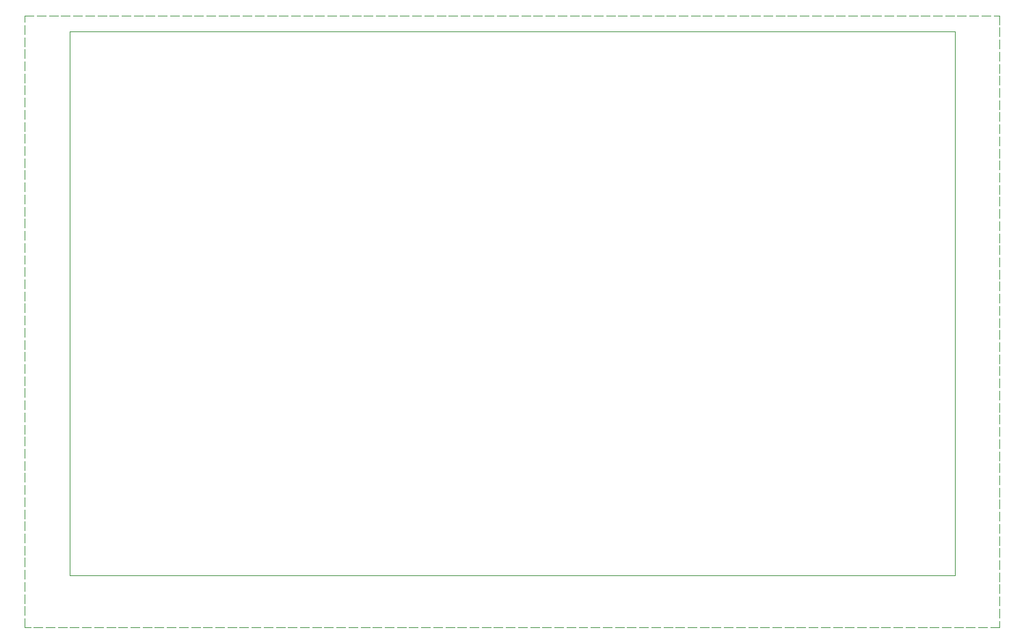
<source format=gto>
%TF.GenerationSoftware,KiCad,Pcbnew,9.0.5-9.0.5~ubuntu24.04.1*%
%TF.CreationDate,2025-10-12T14:56:27+02:00*%
%TF.ProjectId,BB3plus DVID TFT display,42423370-6c75-4732-9044-564944205446,r1B1*%
%TF.SameCoordinates,Original*%
%TF.FileFunction,Legend,Top*%
%TF.FilePolarity,Positive*%
%FSLAX46Y46*%
G04 Gerber Fmt 4.6, Leading zero omitted, Abs format (unit mm)*
G04 Created by KiCad (PCBNEW 9.0.5-9.0.5~ubuntu24.04.1) date 2025-10-12 14:56:27*
%MOMM*%
%LPD*%
G01*
G04 APERTURE LIST*
%ADD10C,0.100000*%
%ADD11C,5.500000*%
%ADD12C,1.270000*%
G04 APERTURE END LIST*
D10*
X105500000Y-59600000D02*
X215100000Y-59600000D01*
X215100000Y-127000000D01*
X105500000Y-127000000D01*
X105500000Y-59600000D01*
X99900000Y-57600000D02*
X101000000Y-57600000D01*
X101400000Y-57600000D02*
X102500000Y-57600000D01*
X102900000Y-57600000D02*
X104000000Y-57600000D01*
X104400000Y-57600000D02*
X105500000Y-57600000D01*
X105900000Y-57600000D02*
X107000000Y-57600000D01*
X107400000Y-57600000D02*
X108500000Y-57600000D01*
X108900000Y-57600000D02*
X110000000Y-57600000D01*
X110400000Y-57600000D02*
X111500000Y-57600000D01*
X111900000Y-57600000D02*
X113000000Y-57600000D01*
X113400000Y-57600000D02*
X114500000Y-57600000D01*
X114900000Y-57600000D02*
X116000000Y-57600000D01*
X116400000Y-57600000D02*
X117500000Y-57600000D01*
X117900000Y-57600000D02*
X119000000Y-57600000D01*
X119400000Y-57600000D02*
X120500000Y-57600000D01*
X120900000Y-57600000D02*
X122000000Y-57600000D01*
X122400000Y-57600000D02*
X123500000Y-57600000D01*
X123900000Y-57600000D02*
X125000000Y-57600000D01*
X125400000Y-57600000D02*
X126500000Y-57600000D01*
X126900000Y-57600000D02*
X128000000Y-57600000D01*
X128400000Y-57600000D02*
X129500000Y-57600000D01*
X129900000Y-57600000D02*
X131000000Y-57600000D01*
X131400000Y-57600000D02*
X132500000Y-57600000D01*
X132900000Y-57600000D02*
X134000000Y-57600000D01*
X134400000Y-57600000D02*
X135500000Y-57600000D01*
X135900000Y-57600000D02*
X137000000Y-57600000D01*
X137400000Y-57600000D02*
X138500000Y-57600000D01*
X138900000Y-57600000D02*
X140000000Y-57600000D01*
X140400000Y-57600000D02*
X141500000Y-57600000D01*
X141900000Y-57600000D02*
X143000000Y-57600000D01*
X143400000Y-57600000D02*
X144500000Y-57600000D01*
X144900000Y-57600000D02*
X146000000Y-57600000D01*
X146400000Y-57600000D02*
X147500000Y-57600000D01*
X147900000Y-57600000D02*
X149000000Y-57600000D01*
X149400000Y-57600000D02*
X150500000Y-57600000D01*
X150900000Y-57600000D02*
X152000000Y-57600000D01*
X152400000Y-57600000D02*
X153500000Y-57600000D01*
X153900000Y-57600000D02*
X155000000Y-57600000D01*
X155400000Y-57600000D02*
X156500000Y-57600000D01*
X156900000Y-57600000D02*
X158000000Y-57600000D01*
X158400000Y-57600000D02*
X159500000Y-57600000D01*
X159900000Y-57600000D02*
X161000000Y-57600000D01*
X161400000Y-57600000D02*
X162500000Y-57600000D01*
X162900000Y-57600000D02*
X164000000Y-57600000D01*
X164400000Y-57600000D02*
X165500000Y-57600000D01*
X165900000Y-57600000D02*
X167000000Y-57600000D01*
X167400000Y-57600000D02*
X168500000Y-57600000D01*
X168900000Y-57600000D02*
X170000000Y-57600000D01*
X170400000Y-57600000D02*
X171500000Y-57600000D01*
X171900000Y-57600000D02*
X173000000Y-57600000D01*
X173400000Y-57600000D02*
X174500000Y-57600000D01*
X174900000Y-57600000D02*
X176000000Y-57600000D01*
X176400000Y-57600000D02*
X177500000Y-57600000D01*
X177900000Y-57600000D02*
X179000000Y-57600000D01*
X179400000Y-57600000D02*
X180500000Y-57600000D01*
X180900000Y-57600000D02*
X182000000Y-57600000D01*
X182400000Y-57600000D02*
X183500000Y-57600000D01*
X183900000Y-57600000D02*
X185000000Y-57600000D01*
X185400000Y-57600000D02*
X186500000Y-57600000D01*
X186900000Y-57600000D02*
X188000000Y-57600000D01*
X188400000Y-57600000D02*
X189500000Y-57600000D01*
X189900000Y-57600000D02*
X191000000Y-57600000D01*
X191400000Y-57600000D02*
X192500000Y-57600000D01*
X192900000Y-57600000D02*
X194000000Y-57600000D01*
X194400000Y-57600000D02*
X195500000Y-57600000D01*
X195900000Y-57600000D02*
X197000000Y-57600000D01*
X197400000Y-57600000D02*
X198500000Y-57600000D01*
X198900000Y-57600000D02*
X200000000Y-57600000D01*
X200400000Y-57600000D02*
X201500000Y-57600000D01*
X201900000Y-57600000D02*
X203000000Y-57600000D01*
X203400000Y-57600000D02*
X204500000Y-57600000D01*
X204900000Y-57600000D02*
X206000000Y-57600000D01*
X206400000Y-57600000D02*
X207500000Y-57600000D01*
X207900000Y-57600000D02*
X209000000Y-57600000D01*
X209400000Y-57600000D02*
X210500000Y-57600000D01*
X210900000Y-57600000D02*
X212000000Y-57600000D01*
X212400000Y-57600000D02*
X213500000Y-57600000D01*
X213900000Y-57600000D02*
X215000000Y-57600000D01*
X215400000Y-57600000D02*
X216500000Y-57600000D01*
X216900000Y-57600000D02*
X218000000Y-57600000D01*
X218400000Y-57600000D02*
X219500000Y-57600000D01*
X219900000Y-57600000D02*
X220600000Y-57600000D01*
X220600000Y-57600000D02*
X220600000Y-58700000D01*
X220600000Y-59100000D02*
X220600000Y-60200000D01*
X220600000Y-60600000D02*
X220600000Y-61700000D01*
X220600000Y-62100000D02*
X220600000Y-63200000D01*
X220600000Y-63600000D02*
X220600000Y-64700000D01*
X220600000Y-65100000D02*
X220600000Y-66200000D01*
X220600000Y-66600000D02*
X220600000Y-67700000D01*
X220600000Y-68100000D02*
X220600000Y-69200000D01*
X220600000Y-69600000D02*
X220600000Y-70700000D01*
X220600000Y-71100000D02*
X220600000Y-72200000D01*
X220600000Y-72600000D02*
X220600000Y-73700000D01*
X220600000Y-74100000D02*
X220600000Y-75200000D01*
X220600000Y-75600000D02*
X220600000Y-76700000D01*
X220600000Y-77100000D02*
X220600000Y-78200000D01*
X220600000Y-78600000D02*
X220600000Y-79700000D01*
X220600000Y-80100000D02*
X220600000Y-81200000D01*
X220600000Y-81600000D02*
X220600000Y-82700000D01*
X220600000Y-83100000D02*
X220600000Y-84200000D01*
X220600000Y-84600000D02*
X220600000Y-85700000D01*
X220600000Y-86100000D02*
X220600000Y-87200000D01*
X220600000Y-87600000D02*
X220600000Y-88700000D01*
X220600000Y-89100000D02*
X220600000Y-90200000D01*
X220600000Y-90600000D02*
X220600000Y-91700000D01*
X220600000Y-92100000D02*
X220600000Y-93200000D01*
X220600000Y-93600000D02*
X220600000Y-94700000D01*
X220600000Y-95100000D02*
X220600000Y-96200000D01*
X220600000Y-96600000D02*
X220600000Y-97700000D01*
X220600000Y-98100000D02*
X220600000Y-99200000D01*
X220600000Y-99600000D02*
X220600000Y-100700000D01*
X220600000Y-101100000D02*
X220600000Y-102200000D01*
X220600000Y-102600000D02*
X220600000Y-103700000D01*
X220600000Y-104100000D02*
X220600000Y-105200000D01*
X220600000Y-105600000D02*
X220600000Y-106700000D01*
X220600000Y-107100000D02*
X220600000Y-108200000D01*
X220600000Y-108600000D02*
X220600000Y-109700000D01*
X220600000Y-110100000D02*
X220600000Y-111200000D01*
X220600000Y-111600000D02*
X220600000Y-112700000D01*
X220600000Y-113100000D02*
X220600000Y-114200000D01*
X220600000Y-114600000D02*
X220600000Y-115700000D01*
X220600000Y-116100000D02*
X220600000Y-117200000D01*
X220600000Y-117600000D02*
X220600000Y-118700000D01*
X220600000Y-119100000D02*
X220600000Y-120200000D01*
X220600000Y-120600000D02*
X220600000Y-121700000D01*
X220600000Y-122100000D02*
X220600000Y-123200000D01*
X220600000Y-123600000D02*
X220600000Y-124700000D01*
X220600000Y-125100000D02*
X220600000Y-126200000D01*
X220600000Y-126600000D02*
X220600000Y-127700000D01*
X220600000Y-128100000D02*
X220600000Y-129200000D01*
X220600000Y-129600000D02*
X220600000Y-130700000D01*
X220600000Y-131100000D02*
X220600000Y-132200000D01*
X220600000Y-132600000D02*
X220600000Y-133400000D01*
X220600000Y-133400000D02*
X219500000Y-133400000D01*
X219100000Y-133400000D02*
X218000000Y-133400000D01*
X217600000Y-133400000D02*
X216500000Y-133400000D01*
X216100000Y-133400000D02*
X215000000Y-133400000D01*
X214600000Y-133400000D02*
X213500000Y-133400000D01*
X213100000Y-133400000D02*
X212000000Y-133400000D01*
X211600000Y-133400000D02*
X210500000Y-133400000D01*
X210100000Y-133400000D02*
X209000000Y-133400000D01*
X208600000Y-133400000D02*
X207500000Y-133400000D01*
X207100000Y-133400000D02*
X206000000Y-133400000D01*
X205600000Y-133400000D02*
X204500000Y-133400000D01*
X204100000Y-133400000D02*
X203000000Y-133400000D01*
X202600000Y-133400000D02*
X201500000Y-133400000D01*
X201100000Y-133400000D02*
X200000000Y-133400000D01*
X199600000Y-133400000D02*
X198500000Y-133400000D01*
X198100000Y-133400000D02*
X197000000Y-133400000D01*
X196600000Y-133400000D02*
X195500000Y-133400000D01*
X195100000Y-133400000D02*
X194000000Y-133400000D01*
X193600000Y-133400000D02*
X192500000Y-133400000D01*
X192100000Y-133400000D02*
X191000000Y-133400000D01*
X190600000Y-133400000D02*
X189500000Y-133400000D01*
X189100000Y-133400000D02*
X188000000Y-133400000D01*
X187600000Y-133400000D02*
X186500000Y-133400000D01*
X186100000Y-133400000D02*
X185000000Y-133400000D01*
X184600000Y-133400000D02*
X183500000Y-133400000D01*
X183100000Y-133400000D02*
X182000000Y-133400000D01*
X181600000Y-133400000D02*
X180500000Y-133400000D01*
X180100000Y-133400000D02*
X179000000Y-133400000D01*
X178600000Y-133400000D02*
X177500000Y-133400000D01*
X177100000Y-133400000D02*
X176000000Y-133400000D01*
X175600000Y-133400000D02*
X174500000Y-133400000D01*
X174100000Y-133400000D02*
X173000000Y-133400000D01*
X172600000Y-133400000D02*
X171500000Y-133400000D01*
X171100000Y-133400000D02*
X170000000Y-133400000D01*
X169600000Y-133400000D02*
X168500000Y-133400000D01*
X168100000Y-133400000D02*
X167000000Y-133400000D01*
X166600000Y-133400000D02*
X165500000Y-133400000D01*
X165100000Y-133400000D02*
X164000000Y-133400000D01*
X163600000Y-133400000D02*
X162500000Y-133400000D01*
X162100000Y-133400000D02*
X161000000Y-133400000D01*
X160600000Y-133400000D02*
X159500000Y-133400000D01*
X159100000Y-133400000D02*
X158000000Y-133400000D01*
X157600000Y-133400000D02*
X156500000Y-133400000D01*
X156100000Y-133400000D02*
X155000000Y-133400000D01*
X154600000Y-133400000D02*
X153500000Y-133400000D01*
X153100000Y-133400000D02*
X152000000Y-133400000D01*
X151600000Y-133400000D02*
X150500000Y-133400000D01*
X150100000Y-133400000D02*
X149000000Y-133400000D01*
X148600000Y-133400000D02*
X147500000Y-133400000D01*
X147100000Y-133400000D02*
X146000000Y-133400000D01*
X145600000Y-133400000D02*
X144500000Y-133400000D01*
X144100000Y-133400000D02*
X143000000Y-133400000D01*
X142600000Y-133400000D02*
X141500000Y-133400000D01*
X141100000Y-133400000D02*
X140000000Y-133400000D01*
X139600000Y-133400000D02*
X138500000Y-133400000D01*
X138100000Y-133400000D02*
X137000000Y-133400000D01*
X136600000Y-133400000D02*
X135500000Y-133400000D01*
X135100000Y-133400000D02*
X134000000Y-133400000D01*
X133600000Y-133400000D02*
X132500000Y-133400000D01*
X132100000Y-133400000D02*
X131000000Y-133400000D01*
X130600000Y-133400000D02*
X129500000Y-133400000D01*
X129100000Y-133400000D02*
X128000000Y-133400000D01*
X127600000Y-133400000D02*
X126500000Y-133400000D01*
X126100000Y-133400000D02*
X125000000Y-133400000D01*
X124600000Y-133400000D02*
X123500000Y-133400000D01*
X123100000Y-133400000D02*
X122000000Y-133400000D01*
X121600000Y-133400000D02*
X120500000Y-133400000D01*
X120100000Y-133400000D02*
X119000000Y-133400000D01*
X118600000Y-133400000D02*
X117500000Y-133400000D01*
X117100000Y-133400000D02*
X116000000Y-133400000D01*
X115600000Y-133400000D02*
X114500000Y-133400000D01*
X114100000Y-133400000D02*
X113000000Y-133400000D01*
X112600000Y-133400000D02*
X111500000Y-133400000D01*
X111100000Y-133400000D02*
X110000000Y-133400000D01*
X109600000Y-133400000D02*
X108500000Y-133400000D01*
X108100000Y-133400000D02*
X107000000Y-133400000D01*
X106600000Y-133400000D02*
X105500000Y-133400000D01*
X105100000Y-133400000D02*
X104000000Y-133400000D01*
X103600000Y-133400000D02*
X102500000Y-133400000D01*
X102100000Y-133400000D02*
X101000000Y-133400000D01*
X100600000Y-133400000D02*
X99900000Y-133400000D01*
X99900000Y-133400000D02*
X99900000Y-132300000D01*
X99900000Y-131900000D02*
X99900000Y-130800000D01*
X99900000Y-130400000D02*
X99900000Y-129300000D01*
X99900000Y-128900000D02*
X99900000Y-127800000D01*
X99900000Y-127400000D02*
X99900000Y-126300000D01*
X99900000Y-125900000D02*
X99900000Y-124800000D01*
X99900000Y-124400000D02*
X99900000Y-123300000D01*
X99900000Y-122900000D02*
X99900000Y-121800000D01*
X99900000Y-121400000D02*
X99900000Y-120300000D01*
X99900000Y-119900000D02*
X99900000Y-118800000D01*
X99900000Y-118400000D02*
X99900000Y-117300000D01*
X99900000Y-116900000D02*
X99900000Y-115800000D01*
X99900000Y-115400000D02*
X99900000Y-114300000D01*
X99900000Y-113900000D02*
X99900000Y-112800000D01*
X99900000Y-112400000D02*
X99900000Y-111300000D01*
X99900000Y-110900000D02*
X99900000Y-109800000D01*
X99900000Y-109400000D02*
X99900000Y-108300000D01*
X99900000Y-107900000D02*
X99900000Y-106800000D01*
X99900000Y-106400000D02*
X99900000Y-105300000D01*
X99900000Y-104900000D02*
X99900000Y-103800000D01*
X99900000Y-103400000D02*
X99900000Y-102300000D01*
X99900000Y-101900000D02*
X99900000Y-100800000D01*
X99900000Y-100400000D02*
X99900000Y-99300000D01*
X99900000Y-98900000D02*
X99900000Y-97800000D01*
X99900000Y-97400000D02*
X99900000Y-96300000D01*
X99900000Y-95900000D02*
X99900000Y-94800000D01*
X99900000Y-94400000D02*
X99900000Y-93300000D01*
X99900000Y-92900000D02*
X99900000Y-91800000D01*
X99900000Y-91400000D02*
X99900000Y-90300000D01*
X99900000Y-89900000D02*
X99900000Y-88800000D01*
X99900000Y-88400000D02*
X99900000Y-87300000D01*
X99900000Y-86900000D02*
X99900000Y-85800000D01*
X99900000Y-85400000D02*
X99900000Y-84300000D01*
X99900000Y-83900000D02*
X99900000Y-82800000D01*
X99900000Y-82400000D02*
X99900000Y-81300000D01*
X99900000Y-80900000D02*
X99900000Y-79800000D01*
X99900000Y-79400000D02*
X99900000Y-78300000D01*
X99900000Y-77900000D02*
X99900000Y-76800000D01*
X99900000Y-76400000D02*
X99900000Y-75300000D01*
X99900000Y-74900000D02*
X99900000Y-73800000D01*
X99900000Y-73400000D02*
X99900000Y-72300000D01*
X99900000Y-71900000D02*
X99900000Y-70800000D01*
X99900000Y-70400000D02*
X99900000Y-69300000D01*
X99900000Y-68900000D02*
X99900000Y-67800000D01*
X99900000Y-67400000D02*
X99900000Y-66300000D01*
X99900000Y-65900000D02*
X99900000Y-64800000D01*
X99900000Y-64400000D02*
X99900000Y-63300000D01*
X99900000Y-62900000D02*
X99900000Y-61800000D01*
X99900000Y-61400000D02*
X99900000Y-60300000D01*
X99900000Y-59900000D02*
X99900000Y-58800000D01*
X99900000Y-58400000D02*
X99900000Y-57600000D01*
%LPC*%
D11*
X208000000Y-53500000D03*
X208000000Y-137500000D03*
X98000000Y-137500000D03*
X98000000Y-53500000D03*
D12*
X147000000Y-80000000D03*
X203270000Y-125760000D03*
X203190000Y-122740000D03*
%LPD*%
M02*

</source>
